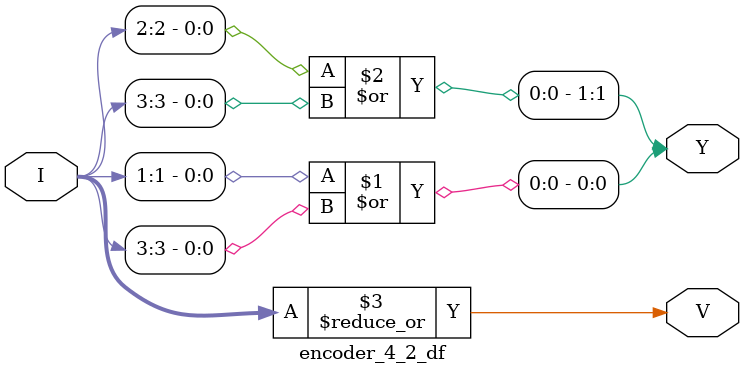
<source format=v>
module encoder_4_2_df(Y, V, I);
    output [1:0]Y;
    output V;
    input [3:0]I;
    assign Y = {I[2] | I[3], 
                I[1] | I[3]};
    assign V = |I;
endmodule
</source>
